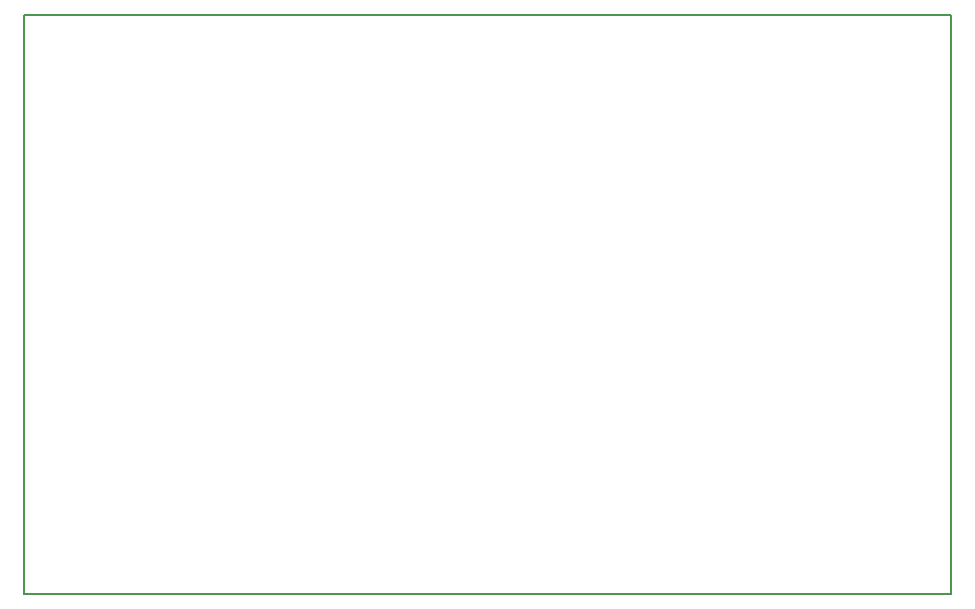
<source format=gm1>
G04 #@! TF.GenerationSoftware,KiCad,Pcbnew,5.0.2+dfsg1-1+deb10u1*
G04 #@! TF.CreationDate,2023-11-14T21:39:22+01:00*
G04 #@! TF.ProjectId,AlimentationSecteur2024v1,416c696d-656e-4746-9174-696f6e536563,rev?*
G04 #@! TF.SameCoordinates,Original*
G04 #@! TF.FileFunction,Profile,NP*
%FSLAX46Y46*%
G04 Gerber Fmt 4.6, Leading zero omitted, Abs format (unit mm)*
G04 Created by KiCad (PCBNEW 5.0.2+dfsg1-1+deb10u1) date mar. 14 nov. 2023 21:39:22 CET*
%MOMM*%
%LPD*%
G01*
G04 APERTURE LIST*
%ADD10C,0.150000*%
G04 APERTURE END LIST*
D10*
X108500000Y-125000000D02*
X187000000Y-125000000D01*
X108500000Y-76000000D02*
X187000000Y-76000000D01*
X187000000Y-125000000D02*
X187000000Y-76000000D01*
X108500000Y-125000000D02*
X108500000Y-76000000D01*
M02*

</source>
